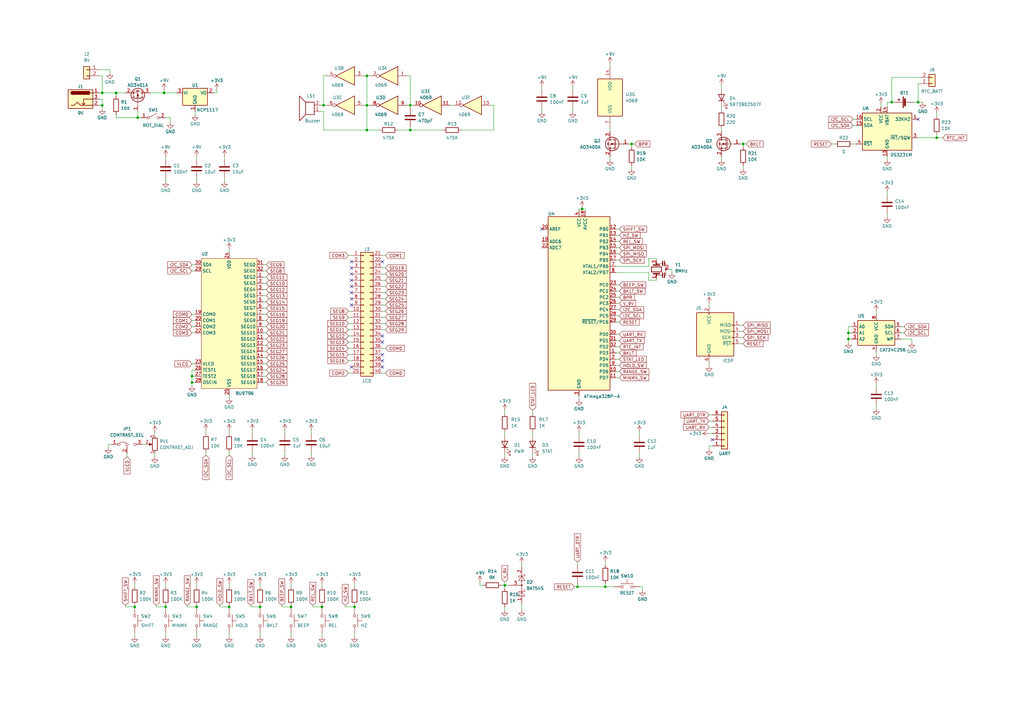
<source format=kicad_sch>
(kicad_sch (version 20211123) (generator eeschema)
  (paper "A3")
  (title_block (title "Fluke 87V Clock") (date "2022-12-17") (rev "1A"))
  (junction (at 132.715 43.18))
  (junction (at 145.415 248.92))
  (junction (at 347.98 139.065))
  (junction (at 55.245 248.92))
  (junction (at 80.645 248.92))
  (junction (at 376.555 41.91))
  (junction (at 347.98 136.525))
  (junction (at 78.74 154.305))
  (junction (at 78.74 156.845))
  (junction (at 41.91 38.1))
  (junction (at 248.285 240.665))
  (junction (at 56.515 48.26))
  (junction (at 119.38 248.92))
  (junction (at 365.76 41.91))
  (junction (at 384.175 56.515))
  (junction (at 236.855 240.665))
  (junction (at 168.275 43.18))
  (junction (at 132.08 248.92))
  (junction (at 93.98 248.92))
  (junction (at 150.495 43.18))
  (junction (at 168.275 53.34))
  (junction (at 150.495 31.115))
  (junction (at 207.01 240.03))
  (junction (at 41.91 43.18))
  (junction (at 150.495 53.34))
  (junction (at 67.945 248.92))
  (junction (at 47.625 38.1))
  (junction (at 67.31 38.1))
  (junction (at 304.8 59.055))
  (junction (at 238.76 85.725))
  (junction (at 259.08 59.055))
  (junction (at 106.68 248.92))
  (no_connect (at 156.845 107.315))
  (no_connect (at 156.845 150.495))
  (no_connect (at 156.845 145.415))
  (no_connect (at 144.145 150.495))
  (no_connect (at 144.145 114.935))
  (no_connect (at 144.145 112.395))
  (no_connect (at 144.145 109.855))
  (no_connect (at 144.145 107.315))
  (no_connect (at 144.145 125.095))
  (no_connect (at 144.145 122.555))
  (no_connect (at 144.145 120.015))
  (no_connect (at 144.145 117.475))
  (no_connect (at 376.555 48.895))
  (no_connect (at 292.1 180.34))
  (no_connect (at 156.845 147.955))
  (no_connect (at 222.25 93.98))
  (no_connect (at 156.845 140.335))
  (no_connect (at 156.845 137.795))
  (wire (pts (xy 107.95 128.905) (xy 109.22 128.905)))
  (wire (pts (xy 290.83 175.26) (xy 292.1 175.26)))
  (wire (pts (xy 248.285 240.665) (xy 252.095 240.665)))
  (wire (pts (xy 142.875 127.635) (xy 144.145 127.635)))
  (wire (pts (xy 131.445 45.72) (xy 132.715 45.72)))
  (wire (pts (xy 107.95 131.445) (xy 109.22 131.445)))
  (wire (pts (xy 78.74 156.845) (xy 78.74 154.305)))
  (wire (pts (xy 259.08 59.055) (xy 260.35 59.055)))
  (wire (pts (xy 41.91 31.115) (xy 41.91 38.1)))
  (wire (pts (xy 141.605 248.285) (xy 141.605 248.92)))
  (wire (pts (xy 304.8 67.945) (xy 304.8 69.215)))
  (wire (pts (xy 78.74 111.125) (xy 80.01 111.125)))
  (wire (pts (xy 295.91 43.815) (xy 295.91 45.085)))
  (wire (pts (xy 80.645 73.025) (xy 80.645 74.295)))
  (wire (pts (xy 63.5 177.165) (xy 63.5 178.435)))
  (wire (pts (xy 248.285 239.395) (xy 248.285 240.665)))
  (wire (pts (xy 340.995 59.055) (xy 342.265 59.055)))
  (wire (pts (xy 55.245 248.92) (xy 55.245 249.555)))
  (wire (pts (xy 252.73 149.86) (xy 254 149.86)))
  (wire (pts (xy 44.45 183.515) (xy 44.45 182.245)))
  (wire (pts (xy 207.01 240.03) (xy 207.01 238.76)))
  (wire (pts (xy 76.835 248.285) (xy 76.835 248.92)))
  (wire (pts (xy 252.73 121.92) (xy 254 121.92)))
  (wire (pts (xy 142.875 130.175) (xy 144.145 130.175)))
  (wire (pts (xy 155.575 53.34) (xy 150.495 53.34)))
  (wire (pts (xy 132.715 31.115) (xy 132.715 43.18)))
  (wire (pts (xy 55.245 239.395) (xy 55.245 240.665)))
  (wire (pts (xy 107.95 108.585) (xy 109.22 108.585)))
  (wire (pts (xy 67.31 38.1) (xy 72.39 38.1)))
  (wire (pts (xy 156.845 127.635) (xy 158.115 127.635)))
  (wire (pts (xy 347.98 136.525) (xy 349.25 136.525)))
  (wire (pts (xy 127.635 176.53) (xy 127.635 177.8)))
  (wire (pts (xy 252.73 124.46) (xy 254 124.46)))
  (wire (pts (xy 303.53 133.35) (xy 304.8 133.35)))
  (wire (pts (xy 76.835 248.92) (xy 80.645 248.92)))
  (wire (pts (xy 78.74 156.845) (xy 80.01 156.845)))
  (wire (pts (xy 128.27 248.92) (xy 132.08 248.92)))
  (wire (pts (xy 78.74 131.445) (xy 80.01 131.445)))
  (wire (pts (xy 106.68 239.395) (xy 106.68 240.665)))
  (wire (pts (xy 295.91 64.135) (xy 295.91 65.405)))
  (wire (pts (xy 47.625 46.99) (xy 47.625 48.26)))
  (wire (pts (xy 40.64 28.575) (xy 45.085 28.575)))
  (wire (pts (xy 67.945 248.92) (xy 67.945 249.555)))
  (wire (pts (xy 41.91 38.1) (xy 47.625 38.1)))
  (wire (pts (xy 167.005 43.18) (xy 168.275 43.18)))
  (wire (pts (xy 142.875 135.255) (xy 144.145 135.255)))
  (wire (pts (xy 259.08 59.055) (xy 259.08 60.325)))
  (wire (pts (xy 168.275 43.18) (xy 168.275 44.45)))
  (wire (pts (xy 384.175 56.515) (xy 386.715 56.515)))
  (wire (pts (xy 119.38 239.395) (xy 119.38 240.665)))
  (wire (pts (xy 234.95 35.56) (xy 234.95 36.83)))
  (wire (pts (xy 213.995 247.65) (xy 213.995 250.19)))
  (wire (pts (xy 56.515 48.26) (xy 57.785 48.26)))
  (wire (pts (xy 376.555 56.515) (xy 384.175 56.515)))
  (wire (pts (xy 290.83 170.18) (xy 292.1 170.18)))
  (wire (pts (xy 363.855 87.63) (xy 363.855 88.9)))
  (wire (pts (xy 88.9 38.1) (xy 88.9 36.83)))
  (wire (pts (xy 257.81 59.055) (xy 259.08 59.055)))
  (wire (pts (xy 156.845 109.855) (xy 158.115 109.855)))
  (wire (pts (xy 252.73 93.98) (xy 254 93.98)))
  (wire (pts (xy 142.875 104.775) (xy 144.145 104.775)))
  (wire (pts (xy 252.73 104.14) (xy 254 104.14)))
  (wire (pts (xy 90.17 248.285) (xy 90.17 248.92)))
  (wire (pts (xy 377.19 34.29) (xy 376.555 34.29)))
  (wire (pts (xy 218.44 177.165) (xy 218.44 178.435)))
  (wire (pts (xy 107.95 151.765) (xy 109.22 151.765)))
  (wire (pts (xy 142.875 132.715) (xy 144.145 132.715)))
  (wire (pts (xy 365.76 41.91) (xy 367.03 41.91)))
  (wire (pts (xy 93.98 102.235) (xy 93.98 103.505)))
  (wire (pts (xy 80.01 45.72) (xy 80.01 46.99)))
  (wire (pts (xy 93.98 259.715) (xy 93.98 260.985)))
  (wire (pts (xy 218.44 168.275) (xy 218.44 169.545)))
  (wire (pts (xy 44.45 182.245) (xy 45.72 182.245)))
  (wire (pts (xy 262.255 177.165) (xy 262.255 178.435)))
  (wire (pts (xy 156.845 104.775) (xy 158.115 104.775)))
  (wire (pts (xy 207.01 240.03) (xy 207.01 241.3)))
  (wire (pts (xy 168.275 52.07) (xy 168.275 53.34)))
  (wire (pts (xy 78.74 158.115) (xy 78.74 156.845)))
  (wire (pts (xy 237.49 85.725) (xy 238.76 85.725)))
  (wire (pts (xy 145.415 259.715) (xy 145.415 260.985)))
  (wire (pts (xy 189.23 53.34) (xy 202.565 53.34)))
  (wire (pts (xy 156.845 112.395) (xy 158.115 112.395)))
  (wire (pts (xy 92.075 73.025) (xy 92.075 74.295)))
  (wire (pts (xy 115.57 248.285) (xy 115.57 248.92)))
  (wire (pts (xy 196.85 240.03) (xy 198.12 240.03)))
  (wire (pts (xy 237.49 86.36) (xy 237.49 85.725)))
  (wire (pts (xy 107.95 133.985) (xy 109.22 133.985)))
  (wire (pts (xy 55.245 259.715) (xy 55.245 260.985)))
  (wire (pts (xy 167.005 31.115) (xy 168.275 31.115)))
  (wire (pts (xy 363.855 41.91) (xy 365.76 41.91)))
  (wire (pts (xy 149.225 43.18) (xy 150.495 43.18)))
  (wire (pts (xy 67.945 64.135) (xy 67.945 65.405)))
  (wire (pts (xy 252.73 142.24) (xy 254 142.24)))
  (wire (pts (xy 67.31 36.83) (xy 67.31 38.1)))
  (wire (pts (xy 252.73 116.84) (xy 254 116.84)))
  (wire (pts (xy 107.95 146.685) (xy 109.22 146.685)))
  (wire (pts (xy 103.505 185.42) (xy 103.505 186.69)))
  (wire (pts (xy 168.275 31.115) (xy 168.275 43.18)))
  (wire (pts (xy 107.95 144.145) (xy 109.22 144.145)))
  (wire (pts (xy 196.85 238.76) (xy 196.85 240.03)))
  (wire (pts (xy 80.645 248.285) (xy 80.645 248.92)))
  (wire (pts (xy 374.65 41.91) (xy 376.555 41.91)))
  (wire (pts (xy 207.01 248.92) (xy 207.01 250.19)))
  (wire (pts (xy 93.98 161.925) (xy 93.98 163.195)))
  (wire (pts (xy 290.83 184.15) (xy 290.83 182.88)))
  (wire (pts (xy 304.8 59.055) (xy 306.07 59.055)))
  (wire (pts (xy 236.855 230.505) (xy 236.855 231.775)))
  (wire (pts (xy 119.38 259.715) (xy 119.38 260.985)))
  (wire (pts (xy 142.875 145.415) (xy 144.145 145.415)))
  (wire (pts (xy 58.42 182.245) (xy 59.69 182.245)))
  (wire (pts (xy 274.32 110.49) (xy 275.59 110.49)))
  (wire (pts (xy 252.73 106.68) (xy 254 106.68)))
  (wire (pts (xy 252.73 147.32) (xy 254 147.32)))
  (wire (pts (xy 347.98 136.525) (xy 347.98 133.985)))
  (wire (pts (xy 67.945 239.395) (xy 67.945 240.665)))
  (wire (pts (xy 303.53 135.89) (xy 304.8 135.89)))
  (wire (pts (xy 290.83 172.72) (xy 292.1 172.72)))
  (wire (pts (xy 384.175 55.245) (xy 384.175 56.515)))
  (wire (pts (xy 252.73 139.7) (xy 254 139.7)))
  (wire (pts (xy 303.53 140.97) (xy 304.8 140.97)))
  (wire (pts (xy 359.41 157.48) (xy 359.41 158.75)))
  (wire (pts (xy 347.98 139.065) (xy 347.98 136.525)))
  (wire (pts (xy 103.505 176.53) (xy 103.505 177.8)))
  (wire (pts (xy 133.985 31.115) (xy 132.715 31.115)))
  (wire (pts (xy 106.68 248.92) (xy 106.68 249.555)))
  (wire (pts (xy 252.73 152.4) (xy 254 152.4)))
  (wire (pts (xy 107.95 118.745) (xy 109.22 118.745)))
  (wire (pts (xy 269.24 106.045) (xy 266.065 106.045)))
  (wire (pts (xy 67.945 73.025) (xy 67.945 74.295)))
  (wire (pts (xy 51.435 248.285) (xy 51.435 248.92)))
  (wire (pts (xy 127.635 185.42) (xy 127.635 186.69)))
  (wire (pts (xy 266.065 114.935) (xy 269.24 114.935)))
  (wire (pts (xy 304.8 59.055) (xy 304.8 60.325)))
  (wire (pts (xy 116.84 185.42) (xy 116.84 186.69)))
  (wire (pts (xy 84.455 176.53) (xy 84.455 177.8)))
  (wire (pts (xy 132.715 43.18) (xy 131.445 43.18)))
  (wire (pts (xy 128.27 248.285) (xy 128.27 248.92)))
  (wire (pts (xy 303.53 138.43) (xy 304.8 138.43)))
  (wire (pts (xy 78.74 108.585) (xy 80.01 108.585)))
  (wire (pts (xy 150.495 43.18) (xy 150.495 31.115)))
  (wire (pts (xy 132.715 45.72) (xy 132.715 53.34)))
  (wire (pts (xy 92.075 64.135) (xy 92.075 65.405)))
  (wire (pts (xy 63.5 186.055) (xy 63.5 187.325)))
  (wire (pts (xy 47.625 48.26) (xy 56.515 48.26)))
  (wire (pts (xy 64.135 248.92) (xy 67.945 248.92)))
  (wire (pts (xy 78.74 149.225) (xy 80.01 149.225)))
  (wire (pts (xy 252.73 96.52) (xy 254 96.52)))
  (wire (pts (xy 252.73 129.54) (xy 254 129.54)))
  (wire (pts (xy 252.73 132.08) (xy 254 132.08)))
  (wire (pts (xy 107.95 116.205) (xy 109.22 116.205)))
  (wire (pts (xy 142.875 153.035) (xy 144.145 153.035)))
  (wire (pts (xy 263.525 240.665) (xy 263.525 241.935)))
  (wire (pts (xy 275.59 110.49) (xy 275.59 111.76)))
  (wire (pts (xy 374.015 139.065) (xy 374.015 140.335)))
  (wire (pts (xy 213.995 231.14) (xy 213.995 232.41)))
  (wire (pts (xy 347.98 140.335) (xy 347.98 139.065)))
  (wire (pts (xy 250.19 26.035) (xy 250.19 27.305)))
  (wire (pts (xy 78.74 136.525) (xy 80.01 136.525)))
  (wire (pts (xy 359.41 144.145) (xy 359.41 145.415)))
  (wire (pts (xy 207.01 168.275) (xy 207.01 169.545)))
  (wire (pts (xy 369.57 136.525) (xy 370.84 136.525)))
  (wire (pts (xy 150.495 31.115) (xy 151.765 31.115)))
  (wire (pts (xy 80.645 259.715) (xy 80.645 260.985)))
  (wire (pts (xy 93.98 248.92) (xy 93.98 249.555)))
  (wire (pts (xy 207.01 177.165) (xy 207.01 178.435)))
  (wire (pts (xy 184.785 43.18) (xy 186.055 43.18)))
  (wire (pts (xy 132.08 259.715) (xy 132.08 260.985)))
  (wire (pts (xy 269.24 114.935) (xy 269.24 114.3)))
  (wire (pts (xy 107.95 123.825) (xy 109.22 123.825)))
  (wire (pts (xy 107.95 113.665) (xy 109.22 113.665)))
  (wire (pts (xy 52.07 186.055) (xy 52.07 187.325)))
  (wire (pts (xy 207.01 186.055) (xy 207.01 187.325)))
  (wire (pts (xy 119.38 248.285) (xy 119.38 248.92)))
  (wire (pts (xy 156.845 120.015) (xy 158.115 120.015)))
  (wire (pts (xy 90.17 248.92) (xy 93.98 248.92)))
  (wire (pts (xy 363.855 78.74) (xy 363.855 80.01)))
  (wire (pts (xy 56.515 48.26) (xy 56.515 45.72)))
  (wire (pts (xy 205.74 240.03) (xy 207.01 240.03)))
  (wire (pts (xy 202.565 53.34) (xy 202.565 43.18)))
  (wire (pts (xy 349.885 51.435) (xy 351.155 51.435)))
  (wire (pts (xy 107.95 121.285) (xy 109.22 121.285)))
  (wire (pts (xy 142.875 142.875) (xy 144.145 142.875)))
  (wire (pts (xy 87.63 38.1) (xy 88.9 38.1)))
  (wire (pts (xy 78.74 154.305) (xy 80.01 154.305)))
  (wire (pts (xy 238.76 85.725) (xy 238.76 85.09)))
  (wire (pts (xy 252.73 127) (xy 254 127)))
  (wire (pts (xy 349.885 48.895) (xy 351.155 48.895)))
  (wire (pts (xy 156.845 117.475) (xy 158.115 117.475)))
  (wire (pts (xy 252.73 111.76) (xy 266.065 111.76)))
  (wire (pts (xy 41.91 43.18) (xy 41.91 44.45)))
  (wire (pts (xy 149.225 31.115) (xy 150.495 31.115)))
  (wire (pts (xy 142.875 147.955) (xy 144.145 147.955)))
  (wire (pts (xy 150.495 43.18) (xy 151.765 43.18)))
  (wire (pts (xy 51.435 248.92) (xy 55.245 248.92)))
  (wire (pts (xy 252.73 154.94) (xy 254 154.94)))
  (wire (pts (xy 78.74 154.305) (xy 78.74 151.765)))
  (wire (pts (xy 207.01 240.03) (xy 208.915 240.03)))
  (wire (pts (xy 252.73 119.38) (xy 254 119.38)))
  (wire (pts (xy 55.245 248.285) (xy 55.245 248.92)))
  (wire (pts (xy 107.95 136.525) (xy 109.22 136.525)))
  (wire (pts (xy 252.73 144.78) (xy 254 144.78)))
  (wire (pts (xy 365.76 31.75) (xy 365.76 41.91)))
  (wire (pts (xy 290.83 148.59) (xy 290.83 149.86)))
  (wire (pts (xy 40.64 40.64) (xy 41.91 40.64)))
  (wire (pts (xy 132.715 43.18) (xy 133.985 43.18)))
  (wire (pts (xy 222.25 35.56) (xy 222.25 36.83)))
  (wire (pts (xy 252.73 137.16) (xy 254 137.16)))
  (wire (pts (xy 156.845 122.555) (xy 158.115 122.555)))
  (wire (pts (xy 377.19 31.75) (xy 365.76 31.75)))
  (wire (pts (xy 349.885 59.055) (xy 351.155 59.055)))
  (wire (pts (xy 40.64 31.115) (xy 41.91 31.115)))
  (wire (pts (xy 290.83 182.88) (xy 292.1 182.88)))
  (wire (pts (xy 250.19 64.135) (xy 250.19 65.405)))
  (wire (pts (xy 259.08 67.945) (xy 259.08 69.215)))
  (wire (pts (xy 107.95 139.065) (xy 109.22 139.065)))
  (wire (pts (xy 240.03 85.725) (xy 238.76 85.725)))
  (wire (pts (xy 142.875 140.335) (xy 144.145 140.335)))
  (wire (pts (xy 107.95 154.305) (xy 109.22 154.305)))
  (wire (pts (xy 132.08 248.285) (xy 132.08 248.92)))
  (wire (pts (xy 252.73 99.06) (xy 254 99.06)))
  (wire (pts (xy 156.845 153.035) (xy 158.115 153.035)))
  (wire (pts (xy 236.855 240.665) (xy 236.855 239.395)))
  (wire (pts (xy 64.135 248.285) (xy 64.135 248.92)))
  (wire (pts (xy 106.68 259.715) (xy 106.68 260.985)))
  (wire (pts (xy 156.845 142.875) (xy 158.115 142.875)))
  (wire (pts (xy 218.44 186.055) (xy 218.44 187.325)))
  (wire (pts (xy 369.57 133.985) (xy 370.84 133.985)))
  (wire (pts (xy 266.065 111.76) (xy 266.065 114.935)))
  (wire (pts (xy 163.195 53.34) (xy 168.275 53.34)))
  (wire (pts (xy 303.53 59.055) (xy 304.8 59.055)))
  (wire (pts (xy 384.175 46.355) (xy 384.175 47.625)))
  (wire (pts (xy 93.98 248.285) (xy 93.98 248.92)))
  (wire (pts (xy 67.945 259.715) (xy 67.945 260.985)))
  (wire (pts (xy 168.275 43.18) (xy 169.545 43.18)))
  (wire (pts (xy 262.255 240.665) (xy 263.525 240.665)))
  (wire (pts (xy 145.415 248.92) (xy 145.415 249.555)))
  (wire (pts (xy 252.73 101.6) (xy 254 101.6)))
  (wire (pts (xy 290.83 124.46) (xy 290.83 125.73)))
  (wire (pts (xy 237.49 162.56) (xy 237.49 163.83)))
  (wire (pts (xy 40.64 38.1) (xy 41.91 38.1)))
  (wire (pts (xy 359.41 127.635) (xy 359.41 128.905)))
  (wire (pts (xy 78.74 128.905) (xy 80.01 128.905)))
  (wire (pts (xy 107.95 111.125) (xy 109.22 111.125)))
  (wire (pts (xy 80.645 64.135) (xy 80.645 65.405)))
  (wire (pts (xy 202.565 43.18) (xy 201.295 43.18)))
  (wire (pts (xy 106.68 248.285) (xy 106.68 248.92)))
  (wire (pts (xy 102.87 248.92) (xy 106.68 248.92)))
  (wire (pts (xy 67.945 248.285) (xy 67.945 248.92)))
  (wire (pts (xy 45.085 28.575) (xy 45.085 29.845)))
  (wire (pts (xy 145.415 239.395) (xy 145.415 240.665)))
  (wire (pts (xy 78.74 133.985) (xy 80.01 133.985)))
  (wire (pts (xy 250.19 52.705) (xy 250.19 53.975)))
  (wire (pts (xy 376.555 34.29) (xy 376.555 41.91)))
  (wire (pts (xy 156.845 125.095) (xy 158.115 125.095)))
  (wire (pts (xy 93.98 239.395) (xy 93.98 240.665)))
  (wire (pts (xy 41.91 40.64) (xy 41.91 43.18)))
  (wire (pts (xy 234.95 44.45) (xy 234.95 45.72)))
  (wire (pts (xy 363.855 64.135) (xy 363.855 65.405)))
  (wire (pts (xy 156.845 130.175) (xy 158.115 130.175)))
  (wire (pts (xy 93.98 185.42) (xy 93.98 186.69)))
  (wire (pts (xy 236.855 240.665) (xy 248.285 240.665)))
  (wire (pts (xy 107.95 141.605) (xy 109.22 141.605)))
  (wire (pts (xy 290.83 177.8) (xy 292.1 177.8)))
  (wire (pts (xy 363.855 41.91) (xy 363.855 43.815)))
  (wire (pts (xy 156.845 132.715) (xy 158.115 132.715)))
  (wire (pts (xy 222.25 44.45) (xy 222.25 45.72)))
  (wire (pts (xy 347.98 133.985) (xy 349.25 133.985)))
  (wire (pts (xy 295.91 34.925) (xy 295.91 36.195)))
  (wire (pts (xy 369.57 139.065) (xy 374.015 139.065)))
  (wire (pts (xy 156.845 135.255) (xy 158.115 135.255)))
  (wire (pts (xy 376.555 41.91) (xy 378.46 41.91)))
  (wire (pts (xy 237.49 177.165) (xy 237.49 178.435)))
  (wire (pts (xy 361.315 42.545) (xy 361.315 43.815)))
  (wire (pts (xy 107.95 149.225) (xy 109.22 149.225)))
  (wire (pts (xy 67.945 48.26) (xy 69.85 48.26)))
  (wire (pts (xy 40.64 43.18) (xy 41.91 43.18)))
  (wire (pts (xy 80.645 248.92) (xy 80.645 249.555)))
  (wire (pts (xy 266.065 106.045) (xy 266.065 109.22)))
  (wire (pts (xy 132.08 239.395) (xy 132.08 240.665)))
  (wire (pts (xy 150.495 43.18) (xy 150.495 53.34)))
  (wire (pts (xy 145.415 248.285) (xy 145.415 248.92)))
  (wire (pts (xy 78.74 151.765) (xy 80.01 151.765)))
  (wire (pts (xy 262.255 186.055) (xy 262.255 187.325)))
  (wire (pts (xy 295.91 52.705) (xy 295.91 53.975)))
  (wire (pts (xy 168.275 53.34) (xy 181.61 53.34)))
  (wire (pts (xy 132.08 248.92) (xy 132.08 249.555)))
  (wire (pts (xy 235.585 240.665) (xy 236.855 240.665)))
  (wire (pts (xy 237.49 186.055) (xy 237.49 187.325)))
  (wire (pts (xy 84.455 185.42) (xy 84.455 186.69)))
  (wire (pts (xy 80.645 239.395) (xy 80.645 240.665)))
  (wire (pts (xy 116.84 176.53) (xy 116.84 177.8)))
  (wire (pts (xy 107.95 126.365) (xy 109.22 126.365)))
  (wire (pts (xy 47.625 38.1) (xy 51.435 38.1)))
  (wire (pts (xy 269.24 106.045) (xy 269.24 106.68)))
  (wire (pts (xy 132.715 53.34) (xy 150.495 53.34)))
  (wire (pts (xy 102.87 248.285) (xy 102.87 248.92)))
  (wire (pts (xy 141.605 248.92) (xy 145.415 248.92)))
  (wire (pts (xy 47.625 38.1) (xy 47.625 39.37)))
  (wire (pts (xy 252.73 109.22) (xy 266.065 109.22)))
  (wire (pts (xy 240.03 86.36) (xy 240.03 85.725)))
  (wire (pts (xy 69.85 48.26) (xy 69.85 50.165)))
  (wire (pts (xy 347.98 139.065) (xy 349.25 139.065)))
  (wire (pts (xy 119.38 248.92) (xy 119.38 249.555)))
  (wire (pts (xy 156.845 114.935) (xy 158.115 114.935)))
  (wire (pts (xy 107.95 156.845) (xy 109.22 156.845)))
  (wire (pts (xy 115.57 248.92) (xy 119.38 248.92)))
  (wire (pts (xy 248.285 230.505) (xy 248.285 231.775)))
  (wire (pts (xy 359.41 166.37) (xy 359.41 167.64)))
  (wire (pts (xy 61.595 38.1) (xy 67.31 38.1)))
  (wire (pts (xy 93.98 176.53) (xy 93.98 177.8)))
  (wire (pts (xy 142.875 137.795) (xy 144.145 137.795)))
  (global_label "HOLD_SW" (shape input) (at 90.17 248.285 90) (property "Intersheet References" "${INTERSHEET_REFS}" (effects hide)))
  (global_label "MINMX_SW" (shape input) (at 254 154.94 0) (property "Intersheet References" "${INTERSHEET_REFS}" (effects hide)))
  (global_label "I2C_SDA" (shape input) (at 78.74 108.585 180) (property "Intersheet References" "${INTERSHEET_REFS}" (effects hide)))
  (global_label "SEG14" (shape input) (at 142.875 142.875 180) (property "Intersheet References" "${INTERSHEET_REFS}" (effects hide)))
  (global_label "RESET" (shape input) (at 235.585 240.665 180) (property "Intersheet References" "${INTERSHEET_REFS}" (effects hide)))
  (global_label "SEG11" (shape input) (at 109.22 113.665 0) (property "Intersheet References" "${INTERSHEET_REFS}" (effects hide)))
  (global_label "SEG10" (shape input) (at 142.875 132.715 180) (property "Intersheet References" "${INTERSHEET_REFS}" (effects hide)))
  (global_label "BEEP_SW" (shape input) (at 254 116.84 0) (property "Intersheet References" "${INTERSHEET_REFS}" (effects hide)))
  (global_label "COM0" (shape input) (at 158.115 142.875 0) (property "Intersheet References" "${INTERSHEET_REFS}" (effects hide)))
  (global_label "RTC_INT" (shape input) (at 254 142.24 0) (property "Intersheet References" "${INTERSHEET_REFS}" (effects hide)))
  (global_label "RTC_INT" (shape input) (at 386.715 56.515 0) (property "Intersheet References" "${INTERSHEET_REFS}" (effects hide)))
  (global_label "REL_SW" (shape input) (at 254 99.06 0) (property "Intersheet References" "${INTERSHEET_REFS}" (effects hide)))
  (global_label "SEG25" (shape input) (at 158.115 125.095 0) (property "Intersheet References" "${INTERSHEET_REFS}" (effects hide)))
  (global_label "COM1" (shape input) (at 78.74 131.445 180) (property "Intersheet References" "${INTERSHEET_REFS}" (effects hide)))
  (global_label "SEG10" (shape input) (at 109.22 116.205 0) (property "Intersheet References" "${INTERSHEET_REFS}" (effects hide)))
  (global_label "RESET" (shape input) (at 304.8 140.97 0) (property "Intersheet References" "${INTERSHEET_REFS}" (effects hide)))
  (global_label "SEG9" (shape input) (at 142.875 130.175 180) (property "Intersheet References" "${INTERSHEET_REFS}" (effects hide)))
  (global_label "COM0" (shape input) (at 158.115 153.035 0) (property "Intersheet References" "${INTERSHEET_REFS}" (effects hide)))
  (global_label "BKLT_SW" (shape input) (at 254 119.38 0) (property "Intersheet References" "${INTERSHEET_REFS}" (effects hide)))
  (global_label "V_9V" (shape input) (at 254 124.46 0) (property "Intersheet References" "${INTERSHEET_REFS}" (effects hide)))
  (global_label "SEG27" (shape input) (at 109.22 144.145 0) (property "Intersheet References" "${INTERSHEET_REFS}" (effects hide)))
  (global_label "UART_DTR" (shape input) (at 290.83 170.18 180) (property "Intersheet References" "${INTERSHEET_REFS}" (effects hide)))
  (global_label "SEG22" (shape input) (at 109.22 139.065 0) (property "Intersheet References" "${INTERSHEET_REFS}" (effects hide)))
  (global_label "UART_TX" (shape input) (at 254 139.7 0) (property "Intersheet References" "${INTERSHEET_REFS}" (effects hide)))
  (global_label "BKLT_SW" (shape input) (at 102.87 248.285 90) (property "Intersheet References" "${INTERSHEET_REFS}" (effects hide)))
  (global_label "SEG8" (shape input) (at 142.875 127.635 180) (property "Intersheet References" "${INTERSHEET_REFS}" (effects hide)))
  (global_label "COM0" (shape input) (at 78.74 128.905 180) (property "Intersheet References" "${INTERSHEET_REFS}" (effects hide)))
  (global_label "SEG19" (shape input) (at 109.22 131.445 0) (property "Intersheet References" "${INTERSHEET_REFS}" (effects hide)))
  (global_label "SEG13" (shape input) (at 142.875 140.335 180) (property "Intersheet References" "${INTERSHEET_REFS}" (effects hide)))
  (global_label "UART_DTR" (shape input) (at 236.855 230.505 90) (property "Intersheet References" "${INTERSHEET_REFS}" (effects hide)))
  (global_label "SEG26" (shape input) (at 109.22 146.685 0) (property "Intersheet References" "${INTERSHEET_REFS}" (effects hide)))
  (global_label "SEG9" (shape input) (at 109.22 108.585 0) (property "Intersheet References" "${INTERSHEET_REFS}" (effects hide)))
  (global_label "MINMX_SW" (shape input) (at 64.135 248.285 90) (property "Intersheet References" "${INTERSHEET_REFS}" (effects hide)))
  (global_label "SEG21" (shape input) (at 109.22 136.525 0) (property "Intersheet References" "${INTERSHEET_REFS}" (effects hide)))
  (global_label "COM1" (shape input) (at 158.115 104.775 0) (property "Intersheet References" "${INTERSHEET_REFS}" (effects hide)))
  (global_label "HZ_SW" (shape input) (at 254 96.52 0) (property "Intersheet References" "${INTERSHEET_REFS}" (effects hide)))
  (global_label "SEG26" (shape input) (at 158.115 127.635 0) (property "Intersheet References" "${INTERSHEET_REFS}" (effects hide)))
  (global_label "STAT_LED" (shape input) (at 254 147.32 0) (property "Intersheet References" "${INTERSHEET_REFS}" (effects hide)))
  (global_label "SPI_MISO" (shape input) (at 304.8 133.35 0) (property "Intersheet References" "${INTERSHEET_REFS}" (effects hide)))
  (global_label "SEG11" (shape input) (at 142.875 135.255 180) (property "Intersheet References" "${INTERSHEET_REFS}" (effects hide)))
  (global_label "COM2" (shape input) (at 142.875 153.035 180) (property "Intersheet References" "${INTERSHEET_REFS}" (effects hide)))
  (global_label "BPR" (shape input) (at 260.35 59.055 0) (property "Intersheet References" "${INTERSHEET_REFS}" (effects hide)))
  (global_label "UART_RX" (shape input) (at 290.83 175.26 180) (property "Intersheet References" "${INTERSHEET_REFS}" (effects hide)))
  (global_label "SPI_MOSI" (shape input) (at 254 101.6 0) (property "Intersheet References" "${INTERSHEET_REFS}" (effects hide)))
  (global_label "SEG16" (shape input) (at 109.22 128.905 0) (property "Intersheet References" "${INTERSHEET_REFS}" (effects hide)))
  (global_label "SEG28" (shape input) (at 158.115 132.715 0) (property "Intersheet References" "${INTERSHEET_REFS}" (effects hide)))
  (global_label "SEG23" (shape input) (at 109.22 141.605 0) (property "Intersheet References" "${INTERSHEET_REFS}" (effects hide)))
  (global_label "SEG14" (shape input) (at 109.22 123.825 0) (property "Intersheet References" "${INTERSHEET_REFS}" (effects hide)))
  (global_label "SEG27" (shape input) (at 158.115 130.175 0) (property "Intersheet References" "${INTERSHEET_REFS}" (effects hide)))
  (global_label "SEG25" (shape input) (at 109.22 149.225 0) (property "Intersheet References" "${INTERSHEET_REFS}" (effects hide)))
  (global_label "SPI_MISO" (shape input) (at 254 104.14 0) (property "Intersheet References" "${INTERSHEET_REFS}" (effects hide)))
  (global_label "SEG23" (shape input) (at 158.115 120.015 0) (property "Intersheet References" "${INTERSHEET_REFS}" (effects hide)))
  (global_label "I2C_SCL" (shape input) (at 349.885 48.895 180) (property "Intersheet References" "${INTERSHEET_REFS}" (effects hide)))
  (global_label "SEG24" (shape input) (at 109.22 151.765 0) (property "Intersheet References" "${INTERSHEET_REFS}" (effects hide)))
  (global_label "SEG21" (shape input) (at 158.115 114.935 0) (property "Intersheet References" "${INTERSHEET_REFS}" (effects hide)))
  (global_label "UART_TX" (shape input) (at 290.83 172.72 180) (property "Intersheet References" "${INTERSHEET_REFS}" (effects hide)))
  (global_label "SEG20" (shape input) (at 158.115 112.395 0) (property "Intersheet References" "${INTERSHEET_REFS}" (effects hide)))
  (global_label "SEG13" (shape input) (at 109.22 121.285 0) (property "Intersheet References" "${INTERSHEET_REFS}" (effects hide)))
  (global_label "I2C_SCL" (shape input) (at 78.74 111.125 180) (property "Intersheet References" "${INTERSHEET_REFS}" (effects hide)))
  (global_label "I2C_SDA" (shape input) (at 254 127 0) (property "Intersheet References" "${INTERSHEET_REFS}" (effects hide)))
  (global_label "V_9V" (shape input) (at 207.01 238.76 90) (property "Intersheet References" "${INTERSHEET_REFS}" (effects hide)))
  (global_label "SEG19" (shape input) (at 158.115 109.855 0) (property "Intersheet References" "${INTERSHEET_REFS}" (effects hide)))
  (global_label "I2C_SDA" (shape input) (at 370.84 133.985 0) (property "Intersheet References" "${INTERSHEET_REFS}" (effects hide)))
  (global_label "COM2" (shape input) (at 78.74 133.985 180) (property "Intersheet References" "${INTERSHEET_REFS}" (effects hide)))
  (global_label "SEG8" (shape input) (at 109.22 111.125 0) (property "Intersheet References" "${INTERSHEET_REFS}" (effects hide)))
  (global_label "SEG29" (shape input) (at 158.115 135.255 0) (property "Intersheet References" "${INTERSHEET_REFS}" (effects hide)))
  (global_label "RANGE_SW" (shape input) (at 254 152.4 0) (property "Intersheet References" "${INTERSHEET_REFS}" (effects hide)))
  (global_label "SEG16" (shape input) (at 142.875 147.955 180) (property "Intersheet References" "${INTERSHEET_REFS}" (effects hide)))
  (global_label "BKLT" (shape input) (at 254 144.78 0) (property "Intersheet References" "${INTERSHEET_REFS}" (effects hide)))
  (global_label "SEG15" (shape input) (at 142.875 145.415 180) (property "Intersheet References" "${INTERSHEET_REFS}" (effects hide)))
  (global_label "UART_RX" (shape input) (at 254 137.16 0) (property "Intersheet References" "${INTERSHEET_REFS}" (effects hide)))
  (global_label "I2C_SDA" (shape input) (at 84.455 186.69 270) (property "Intersheet References" "${INTERSHEET_REFS}" (effects hide)))
  (global_label "RESET" (shape input) (at 254 132.08 0) (property "Intersheet References" "${INTERSHEET_REFS}" (effects hide)))
  (global_label "I2C_SCL" (shape input) (at 254 129.54 0) (property "Intersheet References" "${INTERSHEET_REFS}" (effects hide)))
  (global_label "COM3" (shape input) (at 78.74 136.525 180) (property "Intersheet References" "${INTERSHEET_REFS}" (effects hide)))
  (global_label "I2C_SDA" (shape input) (at 349.885 51.435 180) (property "Intersheet References" "${INTERSHEET_REFS}" (effects hide)))
  (global_label "VLCD" (shape input) (at 78.74 149.225 180) (property "Intersheet References" "${INTERSHEET_REFS}" (effects hide)))
  (global_label "RESET" (shape input) (at 340.995 59.055 180) (property "Intersheet References" "${INTERSHEET_REFS}" (effects hide)))
  (global_label "SPI_MOSI" (shape input) (at 304.8 135.89 0) (property "Intersheet References" "${INTERSHEET_REFS}" (effects hide)))
  (global_label "I2C_SCL" (shape input) (at 93.98 186.69 270) (property "Intersheet References" "${INTERSHEET_REFS}" (effects hide)))
  (global_label "STAT_LED" (shape input) (at 218.44 168.275 90) (property "Intersheet References" "${INTERSHEET_REFS}" (effects hide)))
  (global_label "HOLD_SW" (shape input) (at 254 149.86 0) (property "Intersheet References" "${INTERSHEET_REFS}" (effects hide)))
  (global_label "BKLT" (shape input) (at 306.07 59.055 0) (property "Intersheet References" "${INTERSHEET_REFS}" (effects hide)))
  (global_label "RANGE_SW" (shape input) (at 76.835 248.285 90) (property "Intersheet References" "${INTERSHEET_REFS}" (effects hide)))
  (global_label "HZ_SW" (shape input) (at 141.605 248.285 90) (property "Intersheet References" "${INTERSHEET_REFS}" (effects hide)))
  (global_label "SEG15" (shape input) (at 109.22 126.365 0) (property "Intersheet References" "${INTERSHEET_REFS}" (effects hide)))
  (global_label "REL_SW" (shape input) (at 128.27 248.285 90) (property "Intersheet References" "${INTERSHEET_REFS}" (effects hide)))
  (global_label "SEG22" (shape input) (at 158.115 117.475 0) (property "Intersheet References" "${INTERSHEET_REFS}" (effects hide)))
  (global_label "SHIFT_SW" (shape input) (at 51.435 248.285 90) (property "Intersheet References" "${INTERSHEET_REFS}" (effects hide)))
  (global_label "SEG24" (shape input) (at 158.115 122.555 0) (property "Intersheet References" "${INTERSHEET_REFS}" (effects hide)))
  (global_label "COM3" (shape input) (at 142.875 104.775 180) (property "Intersheet References" "${INTERSHEET_REFS}" (effects hide)))
  (global_label "BPR" (shape input) (at 254 121.92 0) (property "Intersheet References" "${INTERSHEET_REFS}" (effects hide)))
  (global_label "BEEP_SW" (shape input) (at 115.57 248.285 90) (property "Intersheet References" "${INTERSHEET_REFS}" (effects hide)))
  (global_label "VLCD" (shape input) (at 52.07 187.325 270) (property "Intersheet References" "${INTERSHEET_REFS}" (effects hide)))
  (global_label "SHIFT_SW" (shape input) (at 254 93.98 0) (property "Intersheet References" "${INTERSHEET_REFS}" (effects hide)))
  (global_label "SEG20" (shape input) (at 109.22 133.985 0) (property "Intersheet References" "${INTERSHEET_REFS}" (effects hide)))
  (global_label "SEG12" (shape input) (at 109.22 118.745 0) (property "Intersheet References" "${INTERSHEET_REFS}" (effects hide)))
  (global_label "SPI_SCK" (shape input) (at 304.8 138.43 0) (property "Intersheet References" "${INTERSHEET_REFS}" (effects hide)))
  (global_label "SEG12" (shape input) (at 142.875 137.795 180) (property "Intersheet References" "${INTERSHEET_REFS}" (effects hide)))
  (global_label "SEG28" (shape input) (at 109.22 154.305 0) (property "Intersheet References" "${INTERSHEET_REFS}" (effects hide)))
  (global_label "SPI_SCK" (shape input) (at 254 106.68 0) (property "Intersheet References" "${INTERSHEET_REFS}" (effects hide)))
  (global_label "SEG29" (shape input) (at 109.22 156.845 0) (property "Intersheet References" "${INTERSHEET_REFS}" (effects hide)))
  (global_label "I2C_SCL" (shape input) (at 370.84 136.525 0) (property "Intersheet References" "${INTERSHEET_REFS}" (effects hide)))
  (symbol (lib_id "4xxx:4069") (at 141.605 43.18 0) (mirror y) (unit 3)
    (property "Reference" "U3" (at 138.43 40.005 0))
    (property "Value" "4069" (at 138.43 46.99 0))
    (property "Footprint" "Package_SO:SOIC-14_3.9x8.7mm_P1.27mm" (effects hide))
    (property "Datasheet" "http://www.intersil.com/content/dam/Intersil/documents/cd40/cd4069ubms.pdf" (effects hide))
  )
  (symbol (lib_id "power:GND") (at 103.505 186.69 0) (unit 1)
    (property "Reference" "#PWR034" (effects hide))
    (property "Value" "GND" (at 103.505 190.5 0))
  )
  (symbol (lib_id "Switch:SW_Push") (at 80.645 254.635 270) (unit 1)
    (property "Reference" "SW4" (at 83.185 252.73 90) (effects (justify left)))
    (property "Value" "RANGE" (at 83.185 256.54 90) (effects (justify left)))
    (property "Footprint" "fluke-87v-clock:Fluke_87V_Membrane_SW" (effects hide))
  )
  (symbol (lib_id "Switch:SW_Push") (at 257.175 240.665 0) (unit 1)
    (property "Reference" "SW10" (at 257.175 236.22 0))
    (property "Value" "RESET" (at 257.175 243.205 0))
    (property "Footprint" "Button_Switch_THT:SW_PUSH_6mm" (effects hide))
  )
  (symbol (lib_id "power:+3.3V") (at 361.315 42.545 0) (unit 1)
    (property "Reference" "#PWR074" (effects hide))
    (property "Value" "+3.3V" (at 361.315 38.735 0))
  )
  (symbol (lib_id "Device:R") (at 80.645 244.475 0) (unit 1)
    (property "Reference" "R4" (at 82.55 243.2049 0) (effects (justify left)))
    (property "Value" "100K" (at 82.55 245.7449 0) (effects (justify left)))
    (property "Footprint" "Resistor_SMD:R_0603_1608Metric" (effects hide))
  )
  (symbol (lib_id "power:GND") (at 363.855 65.405 0) (unit 1)
    (property "Reference" "#PWR079" (effects hide))
    (property "Value" "GND" (at 363.855 69.215 0))
  )
  (symbol (lib_id "Switch:SW_Push") (at 55.245 254.635 270) (unit 1)
    (property "Reference" "SW2" (at 57.785 252.73 90) (effects (justify left)))
    (property "Value" "SHIFT" (at 57.785 256.54 90) (effects (justify left)))
    (property "Footprint" "fluke-87v-clock:Fluke_87V_Membrane_SW" (effects hide))
  )
  (symbol (lib_id "Diode:BAT54S") (at 213.995 240.03 270) (mirror x) (unit 1)
    (property "Reference" "D2" (at 215.9 238.7599 90) (effects (justify left)))
    (property "Value" "BAT54S" (at 215.9 241.2999 90) (effects (justify left)))
    (property "Footprint" "Package_TO_SOT_SMD:SOT-23" (effects hide))
    (property "Datasheet" "https://www.diodes.com/assets/Datasheets/ds11005.pdf" (effects hide))
  )
  (symbol (lib_id "Connector_Generic:Conn_01x02") (at 382.27 34.29 0) (mirror x) (unit 1)
    (property "Reference" "J6" (at 382.27 28.575 0))
    (property "Value" "RTC_BATT" (at 382.27 37.465 0))
    (property "Footprint" "Connector_PinHeader_2.54mm:PinHeader_1x02_P2.54mm_Vertical" (effects hide))
  )
  (symbol (lib_id "power:+3.3V") (at 106.68 239.395 0) (unit 1)
    (property "Reference" "#PWR024" (effects hide))
    (property "Value" "+3.3V" (at 106.68 235.585 0))
  )
  (symbol (lib_id "Device:R") (at 248.285 235.585 0) (unit 1)
    (property "Reference" "R18" (at 250.19 234.3149 0) (effects (justify left)))
    (property "Value" "10K" (at 250.19 236.8549 0) (effects (justify left)))
    (property "Footprint" "Resistor_SMD:R_0603_1608Metric" (effects hide))
  )
  (symbol (lib_id "Jumper:Jumper_3_Bridged12") (at 52.07 182.245 0) (unit 1)
    (property "Reference" "JP1" (at 52.07 175.895 0))
    (property "Value" "CONTRAST_SEL" (at 52.07 178.435 0))
    (property "Footprint" "Jumper:SolderJumper-3_P1.3mm_Bridged12_Pad1.0x1.5mm" (effects hide))
  )
  (symbol (lib_id "Device:R") (at 185.42 53.34 90) (unit 1)
    (property "Reference" "R13" (at 185.42 50.8 90))
    (property "Value" "475K" (at 185.42 56.515 90))
    (property "Footprint" "Resistor_SMD:R_0603_1608Metric" (effects hide))
  )
  (symbol (lib_id "power:+3.3V") (at 93.98 176.53 0) (unit 1)
    (property "Reference" "#PWR028" (effects hide))
    (property "Value" "+3.3V" (at 93.98 172.72 0))
  )
  (symbol (lib_id "power:GND") (at 127.635 186.69 0) (unit 1)
    (property "Reference" "#PWR042" (effects hide))
    (property "Value" "GND" (at 127.635 190.5 0))
  )
  (symbol (lib_id "power:+3.3V") (at 359.41 157.48 0) (unit 1)
    (property "Reference" "#PWR077" (effects hide))
    (property "Value" "+3.3V" (at 359.41 153.67 0))
  )
  (symbol (lib_id "4xxx:4069") (at 159.385 43.18 0) (mirror y) (unit 4)
    (property "Reference" "U3" (at 156.21 40.005 0))
    (property "Value" "4069" (at 156.21 46.99 0))
    (property "Footprint" "Package_SO:SOIC-14_3.9x8.7mm_P1.27mm" (effects hide))
    (property "Datasheet" "http://www.intersil.com/content/dam/Intersil/documents/cd40/cd4069ubms.pdf" (effects hide))
  )
  (symbol (lib_id "power:GND") (at 378.46 41.91 0) (unit 1)
    (property "Reference" "#PWR083" (effects hide))
    (property "Value" "GND" (at 378.46 45.72 0))
  )
  (symbol (lib_id "Device:R") (at 67.945 244.475 0) (unit 1)
    (property "Reference" "R3" (at 69.85 243.2049 0) (effects (justify left)))
    (property "Value" "100K" (at 69.85 245.7449 0) (effects (justify left)))
    (property "Footprint" "Resistor_SMD:R_0603_1608Metric" (effects hide))
  )
  (symbol (lib_id "power:GND") (at 295.91 65.405 0) (unit 1)
    (property "Reference" "#PWR067" (effects hide))
    (property "Value" "GND" (at 295.91 69.215 0))
  )
  (symbol (lib_id "power:GND") (at 259.08 69.215 0) (unit 1)
    (property "Reference" "#PWR061" (effects hide))
    (property "Value" "GND" (at 259.08 73.025 0))
  )
  (symbol (lib_id "Device:C") (at 234.95 40.64 0) (unit 1)
    (property "Reference" "C9" (at 238.125 39.37 0) (effects (justify left)))
    (property "Value" "1uF" (at 238.125 41.91 0) (effects (justify left)))
    (property "Footprint" "Capacitor_SMD:C_0603_1608Metric" (effects hide))
  )
  (symbol (lib_id "power:GND") (at 262.255 187.325 0) (unit 1)
    (property "Reference" "#PWR063" (effects hide))
    (property "Value" "GND" (at 262.255 191.135 0))
  )
  (symbol (lib_id "Device:R") (at 218.44 173.355 0) (unit 1)
    (property "Reference" "R17" (at 220.98 172.0849 0) (effects (justify left)))
    (property "Value" "1K" (at 220.98 174.6249 0) (effects (justify left)))
    (property "Footprint" "Resistor_SMD:R_0603_1608Metric" (effects hide))
  )
  (symbol (lib_id "Device:R") (at 55.245 244.475 0) (unit 1)
    (property "Reference" "R2" (at 57.15 243.2049 0) (effects (justify left)))
    (property "Value" "100K" (at 57.15 245.7449 0) (effects (justify left)))
    (property "Footprint" "Resistor_SMD:R_0603_1608Metric" (effects hide))
  )
  (symbol (lib_id "power:+9V") (at 295.91 34.925 0) (unit 1)
    (property "Reference" "#PWR066" (effects hide))
    (property "Value" "+9V" (at 295.91 31.115 0))
  )
  (symbol (lib_id "Device:C") (at 80.645 69.215 0) (unit 1)
    (property "Reference" "C2" (at 83.82 67.945 0) (effects (justify left)))
    (property "Value" "10uF" (at 83.82 70.485 0) (effects (justify left)))
    (property "Footprint" "Capacitor_SMD:C_0805_2012Metric" (effects hide))
  )
  (symbol (lib_id "power:+3.3V") (at 132.08 239.395 0) (unit 1)
    (property "Reference" "#PWR035" (effects hide))
    (property "Value" "+3.3V" (at 132.08 235.585 0))
  )
  (symbol (lib_id "Device:R") (at 106.68 244.475 0) (unit 1)
    (property "Reference" "R6" (at 108.585 243.2049 0) (effects (justify left)))
    (property "Value" "100K" (at 108.585 245.7449 0) (effects (justify left)))
    (property "Footprint" "Resistor_SMD:R_0603_1608Metric" (effects hide))
  )
  (symbol (lib_id "Device:C") (at 262.255 182.245 0) (unit 1)
    (property "Reference" "C12" (at 265.43 180.975 0) (effects (justify left)))
    (property "Value" "1uF" (at 265.43 183.515 0) (effects (justify left)))
    (property "Footprint" "Capacitor_SMD:C_0603_1608Metric" (effects hide))
  )
  (symbol (lib_id "Device:LED") (at 295.91 40.005 90) (unit 1)
    (property "Reference" "D4" (at 299.085 40.3224 90) (effects (justify right)))
    (property "Value" "5973902507F" (at 299.085 42.8624 90) (effects (justify right)))
    (property "Footprint" "fluke-87v-clock:LED_3020" (effects hide))
  )
  (symbol (lib_id "Connector:AVR-ISP-6") (at 293.37 138.43 0) (unit 1)
    (property "Reference" "J5" (at 287.655 126.365 0) (effects (justify right)))
    (property "Value" "ICSP" (at 300.99 147.955 0) (effects (justify right)))
    (property "Footprint" "Connector_PinHeader_2.54mm:PinHeader_2x03_P2.54mm_Vertical" (effects hide))
    (property "Datasheet" " ~" (effects hide))
  )
  (symbol (lib_id "Switch:SW_SPST") (at 62.865 48.26 0) (unit 1)
    (property "Reference" "SW1" (at 62.865 45.085 0))
    (property "Value" "ROT_DIAL" (at 62.865 51.435 0))
    (property "Footprint" "fluke-87v-clock:Fluke_87V_Rotary_Dial" (effects hide))
  )
  (symbol (lib_id "4xxx:4069") (at 141.605 31.115 0) (mirror y) (unit 2)
    (property "Reference" "U3" (at 139.065 27.94 0))
    (property "Value" "4069" (at 138.43 34.925 0))
    (property "Footprint" "Package_SO:SOIC-14_3.9x8.7mm_P1.27mm" (effects hide))
    (property "Datasheet" "http://www.intersil.com/content/dam/Intersil/documents/cd40/cd4069ubms.pdf" (effects hide))
  )
  (symbol (lib_id "Device:R") (at 84.455 181.61 0) (unit 1)
    (property "Reference" "R7" (at 86.36 180.3399 0) (effects (justify left)))
    (property "Value" "10K" (at 86.36 182.8799 0) (effects (justify left)))
    (property "Footprint" "Resistor_SMD:R_0603_1608Metric" (effects hide))
  )
  (symbol (lib_id "Device:C") (at 103.505 181.61 0) (unit 1)
    (property "Reference" "C4" (at 106.68 180.34 0) (effects (justify left)))
    (property "Value" "100nF" (at 106.68 182.88 0) (effects (justify left)))
    (property "Footprint" "Capacitor_SMD:C_0603_1608Metric" (effects hide))
  )
  (symbol (lib_id "power:+3.3V") (at 55.245 239.395 0) (unit 1)
    (property "Reference" "#PWR03" (effects hide))
    (property "Value" "+3.3V" (at 55.245 235.585 0))
  )
  (symbol (lib_id "power:+9V") (at 67.945 64.135 0) (unit 1)
    (property "Reference" "#PWR06" (effects hide))
    (property "Value" "+9V" (at 67.945 60.325 0))
  )
  (symbol (lib_id "power:+3.3V") (at 127.635 176.53 0) (unit 1)
    (property "Reference" "#PWR041" (effects hide))
    (property "Value" "+3.3V" (at 127.635 172.72 0))
  )
  (symbol (lib_id "Device:C") (at 222.25 40.64 0) (unit 1)
    (property "Reference" "C8" (at 225.425 39.37 0) (effects (justify left)))
    (property "Value" "100nF" (at 225.425 41.91 0) (effects (justify left)))
    (property "Footprint" "Capacitor_SMD:C_0603_1608Metric" (effects hide))
  )
  (symbol (lib_id "power:+3.3V") (at 145.415 239.395 0) (unit 1)
    (property "Reference" "#PWR039" (effects hide))
    (property "Value" "+3.3V" (at 145.415 235.585 0))
  )
  (symbol (lib_id "Device:C") (at 359.41 162.56 0) (unit 1)
    (property "Reference" "C13" (at 362.585 161.29 0) (effects (justify left)))
    (property "Value" "100nF" (at 362.585 163.83 0) (effects (justify left)))
    (property "Footprint" "Capacitor_SMD:C_0603_1608Metric" (effects hide))
  )
  (symbol (lib_id "Device:C") (at 92.075 69.215 0) (unit 1)
    (property "Reference" "C3" (at 95.25 67.945 0) (effects (justify left)))
    (property "Value" "10uF" (at 95.25 70.485 0) (effects (justify left)))
    (property "Footprint" "Capacitor_SMD:C_0805_2012Metric" (effects hide))
  )
  (symbol (lib_id "power:GND") (at 359.41 167.64 0) (unit 1)
    (property "Reference" "#PWR078" (effects hide))
    (property "Value" "GND" (at 359.41 171.45 0))
  )
  (symbol (lib_id "power:GND") (at 92.075 74.295 0) (unit 1)
    (property "Reference" "#PWR019" (effects hide))
    (property "Value" "GND" (at 92.075 78.105 0))
  )
  (symbol (lib_id "power:+3.3V") (at 88.9 36.83 0) (unit 1)
    (property "Reference" "#PWR015" (effects hide))
    (property "Value" "+3.3V" (at 88.9 33.02 0))
  )
  (symbol (lib_id "Switch:SW_Push") (at 132.08 254.635 270) (unit 1)
    (property "Reference" "SW8" (at 134.62 252.73 90) (effects (justify left)))
    (property "Value" "REL" (at 134.62 256.54 90) (effects (justify left)))
    (property "Footprint" "fluke-87v-clock:Fluke_87V_Membrane_SW" (effects hide))
  )
  (symbol (lib_id "Device:R") (at 207.01 245.11 0) (unit 1)
    (property "Reference" "R16" (at 208.915 243.8399 0) (effects (justify left)))
    (property "Value" "1K" (at 208.915 246.3799 0) (effects (justify left)))
    (property "Footprint" "Resistor_SMD:R_0603_1608Metric" (effects hide))
  )
  (symbol (lib_id "power:GND") (at 250.19 65.405 0) (unit 1)
    (property "Reference" "#PWR059" (effects hide))
    (property "Value" "GND" (at 250.19 69.215 0))
  )
  (symbol (lib_id "Device:Battery_Cell") (at 372.11 41.91 90) (unit 1)
    (property "Reference" "BT1" (at 372.745 38.1 90) (effects (justify left)))
    (property "Value" "Battery_Cell" (effects hide))
    (property "Footprint" "fluke-87v-clock:BAT_1056" (effects hide))
  )
  (symbol (lib_id "power:+9V") (at 67.31 36.83 0) (unit 1)
    (property "Reference" "#PWR05" (effects hide))
    (property "Value" "+9V" (at 67.31 33.02 0))
  )
  (symbol (lib_id "power:+3.3V") (at 84.455 176.53 0) (unit 1)
    (property "Reference" "#PWR026" (effects hide))
    (property "Value" "+3.3V" (at 84.455 172.72 0))
  )
  (symbol (lib_id "Device:R") (at 384.175 51.435 0) (unit 1)
    (property "Reference" "R23" (at 386.08 50.1649 0) (effects (justify left)))
    (property "Value" "10K" (at 386.08 52.7049 0) (effects (justify left)))
    (property "Footprint" "Resistor_SMD:R_0603_1608Metric" (effects hide))
  )
  (symbol (lib_id "Switch:SW_Push") (at 67.945 254.635 270) (unit 1)
    (property "Reference" "SW3" (at 70.485 252.73 90) (effects (justify left)))
    (property "Value" "MINMX" (at 70.485 256.54 90) (effects (justify left)))
    (property "Footprint" "fluke-87v-clock:Fluke_87V_Membrane_SW" (effects hide))
  )
  (symbol (lib_id "Connector_Generic:Conn_02x20_Top_Bottom") (at 149.225 127.635 0) (unit 1)
    (property "Reference" "J3" (at 150.495 102.235 0))
    (property "Value" "LCD" (at 150.495 156.21 0))
    (property "Footprint" "fluke-87v-clock:Fluke_87V_LCD" (effects hide))
  )
  (symbol (lib_id "power:+9V") (at 250.19 26.035 0) (unit 1)
    (property "Reference" "#PWR058" (effects hide))
    (property "Value" "+9V" (at 250.19 22.225 0))
  )
  (symbol (lib_id "Device:LED") (at 207.01 182.245 90) (unit 1)
    (property "Reference" "D1" (at 210.82 182.5624 90) (effects (justify right)))
    (property "Value" "PWR" (at 210.82 185.1024 90) (effects (justify right)))
    (property "Footprint" "LED_SMD:LED_0603_1608Metric" (effects hide))
  )
  (symbol (lib_id "Device:R") (at 145.415 244.475 0) (unit 1)
    (property "Reference" "R11" (at 147.32 243.2049 0) (effects (justify left)))
    (property "Value" "100K" (at 147.32 245.7449 0) (effects (justify left)))
    (property "Footprint" "Resistor_SMD:R_0603_1608Metric" (effects hide))
  )
  (symbol (lib_id "power:+3.3V") (at 63.5 177.165 0) (unit 1)
    (property "Reference" "#PWR020" (effects hide))
    (property "Value" "+3.3V" (at 63.5 173.355 0))
  )
  (symbol (lib_id "power:GND") (at 67.945 74.295 0) (unit 1)
    (property "Reference" "#PWR07" (effects hide))
    (property "Value" "GND" (at 67.945 78.105 0))
  )
  (symbol (lib_id "power:GND") (at 69.85 50.165 0) (mirror y) (unit 1)
    (property "Reference" "#PWR08" (effects hide))
    (property "Value" "GND" (at 69.85 53.975 0))
  )
  (symbol (lib_id "power:GND") (at 41.91 44.45 0) (unit 1)
    (property "Reference" "#PWR01" (effects hide))
    (property "Value" "GND" (at 41.91 48.26 0))
  )
  (symbol (lib_id "Device:C") (at 116.84 181.61 0) (unit 1)
    (property "Reference" "C5" (at 120.015 180.34 0) (effects (justify left)))
    (property "Value" "1uF" (at 120.015 182.88 0) (effects (justify left)))
    (property "Footprint" "Capacitor_SMD:C_0603_1608Metric" (effects hide))
  )
  (symbol (lib_id "power:GND") (at 237.49 187.325 0) (unit 1)
    (property "Reference" "#PWR056" (effects hide))
    (property "Value" "GND" (at 237.49 191.135 0))
  )
  (symbol (lib_id "power:GND") (at 67.945 260.985 0) (unit 1)
    (property "Reference" "#PWR010" (effects hide))
    (property "Value" "GND" (at 67.945 264.795 0))
  )
  (symbol (lib_id "power:+3.3V") (at 80.645 239.395 0) (unit 1)
    (property "Reference" "#PWR016" (effects hide))
    (property "Value" "+3.3V" (at 80.645 235.585 0))
  )
  (symbol (lib_id "power:+3.3V") (at 116.84 176.53 0) (unit 1)
    (property "Reference" "#PWR037" (effects hide))
    (property "Value" "+3.3V" (at 116.84 172.72 0))
  )
  (symbol (lib_id "Device:R") (at 47.625 43.18 0) (unit 1)
    (property "Reference" "R1" (at 49.53 41.9099 0) (effects (justify left)))
    (property "Value" "10K" (at 49.53 44.4499 0) (effects (justify left)))
    (property "Footprint" "Resistor_SMD:R_0603_1608Metric" (effects hide))
  )
  (symbol (lib_id "Device:R") (at 346.075 59.055 90) (unit 1)
    (property "Reference" "R22" (at 346.075 56.515 90))
    (property "Value" "0" (at 346.075 62.23 90))
    (property "Footprint" "Resistor_SMD:R_0603_1608Metric" (effects hide))
  )
  (symbol (lib_id "power:+3.3V") (at 290.83 124.46 0) (unit 1)
    (property "Reference" "#PWR071" (effects hide))
    (property "Value" "+3.3V" (at 290.83 120.65 0))
  )
  (symbol (lib_id "4xxx:4069") (at 177.165 43.18 0) (mirror y) (unit 5)
    (property "Reference" "U3" (at 174.625 37.465 0))
    (property "Value" "4069" (at 174.625 40.005 0))
    (property "Footprint" "Package_SO:SOIC-14_3.9x8.7mm_P1.27mm" (effects hide))
    (property "Datasheet" "http://www.intersil.com/content/dam/Intersil/documents/cd40/cd4069ubms.pdf" (effects hide))
  )
  (symbol (lib_id "Switch:SW_Push") (at 119.38 254.635 270) (unit 1)
    (property "Reference" "SW7" (at 121.92 252.73 90) (effects (justify left)))
    (property "Value" "BEEP" (at 121.92 256.54 90) (effects (justify left)))
    (property "Footprint" "fluke-87v-clock:Fluke_87V_Membrane_SW" (effects hide))
  )
  (symbol (lib_id "power:GND") (at 207.01 187.325 0) (unit 1)
    (property "Reference" "#PWR045" (effects hide))
    (property "Value" "GND" (at 207.01 191.135 0))
  )
  (symbol (lib_id "power:GND") (at 359.41 145.415 0) (unit 1)
    (property "Reference" "#PWR076" (effects hide))
    (property "Value" "GND" (at 359.41 149.225 0))
  )
  (symbol (lib_id "power:+3.3V") (at 248.285 230.505 0) (unit 1)
    (property "Reference" "#PWR060" (effects hide))
    (property "Value" "+3.3V" (at 248.285 226.695 0))
  )
  (symbol (lib_id "Memory_EEPROM:CAT24C256") (at 359.41 136.525 0) (unit 1)
    (property "Reference" "U5" (at 351.79 129.54 0) (effects (justify left)))
    (property "Value" "CAT24C256" (at 360.68 143.51 0) (effects (justify left)))
    (property "Footprint" "Package_SO:SOIC-8_3.9x4.9mm_P1.27mm" (effects hide))
    (property "Datasheet" "https://www.onsemi.cn/PowerSolutions/document/CAT24C256-D.PDF" (effects hide))
  )
  (symbol (lib_id "power:GND") (at 80.01 46.99 0) (mirror y) (unit 1)
    (property "Reference" "#PWR012" (effects hide))
    (property "Value" "GND" (at 80.01 50.8 0))
  )
  (symbol (lib_id "Device:R") (at 295.91 48.895 0) (unit 1)
    (property "Reference" "R20" (at 297.815 47.6249 0) (effects (justify left)))
    (property "Value" "220" (at 297.815 50.1649 0) (effects (justify left)))
    (property "Footprint" "Resistor_SMD:R_0805_2012Metric" (effects hide))
  )
  (symbol (lib_id "Device:C") (at 67.945 69.215 0) (unit 1)
    (property "Reference" "C1" (at 71.12 67.945 0) (effects (justify left)))
    (property "Value" "100nF" (at 71.12 70.485 0) (effects (justify left)))
    (property "Footprint" "Capacitor_SMD:C_0603_1608Metric" (effects hide))
  )
  (symbol (lib_id "4xxx:4069") (at 250.19 40.005 0) (unit 7)
    (property "Reference" "U3" (at 256.54 38.7349 0) (effects (justify left)))
    (property "Value" "4069" (at 256.54 41.2749 0) (effects (justify left)))
    (property "Footprint" "Package_SO:SOIC-14_3.9x8.7mm_P1.27mm" (effects hide))
    (property "Datasheet" "http://www.intersil.com/content/dam/Intersil/documents/cd40/cd4069ubms.pdf" (effects hide))
  )
  (symbol (lib_id "4xxx:4069") (at 193.675 43.18 0) (mirror y) (unit 6)
    (property "Reference" "U3" (at 191.135 40.005 0))
    (property "Value" "4069" (at 190.5 46.99 0))
    (property "Footprint" "Package_SO:SOIC-14_3.9x8.7mm_P1.27mm" (effects hide))
    (property "Datasheet" "http://www.intersil.com/content/dam/Intersil/documents/cd40/cd4069ubms.pdf" (effects hide))
  )
  (symbol (lib_id "power:GND") (at 106.68 260.985 0) (unit 1)
    (property "Reference" "#PWR025" (effects hide))
    (property "Value" "GND" (at 106.68 264.795 0))
  )
  (symbol (lib_id "Device:R") (at 304.8 64.135 0) (unit 1)
    (property "Reference" "R21" (at 306.705 62.8649 0) (effects (justify left)))
    (property "Value" "10K" (at 306.705 65.4049 0) (effects (justify left)))
    (property "Footprint" "Resistor_SMD:R_0603_1608Metric" (effects hide))
  )
  (symbol (lib_id "Regulator_Linear:NCP1117-3.3_SOT223") (at 80.01 38.1 0) (unit 1)
    (property "Reference" "U1" (at 80.01 34.925 0))
    (property "Value" "NCP1117" (at 85.09 45.085 0))
    (property "Footprint" "Package_TO_SOT_SMD:SOT-223-3_TabPin2" (effects hide))
    (property "Datasheet" "http://www.onsemi.com/pub_link/Collateral/NCP1117-D.PDF" (effects hide))
  )
  (symbol (lib_id "Device:R_Potentiometer") (at 63.5 182.245 180) (unit 1)
    (property "Reference" "RV1" (at 65.405 180.9749 0) (effects (justify right)))
    (property "Value" "CONTRAST_ADJ" (at 65.405 183.5149 0) (effects (justify right)))
    (property "Footprint" "Potentiometer_SMD:Potentiometer_Bourns_TC33X_Vertical" (effects hide))
  )
  (symbol (lib_id "power:GND") (at 93.98 260.985 0) (unit 1)
    (property "Reference" "#PWR023" (effects hide))
    (property "Value" "GND" (at 93.98 264.795 0))
  )
  (symbol (lib_id "power:GND") (at 145.415 260.985 0) (unit 1)
    (property "Reference" "#PWR040" (effects hide))
    (property "Value" "GND" (at 145.415 264.795 0))
  )
  (symbol (lib_id "power:GND") (at 213.995 250.19 0) (unit 1)
    (property "Reference" "#PWR048" (effects hide))
    (property "Value" "GND" (at 213.995 254 0))
  )
  (symbol (lib_id "Connector_Generic:Conn_01x06") (at 297.18 177.8 0) (mirror x) (unit 1)
    (property "Reference" "J4" (at 297.18 167.005 0))
    (property "Value" "UART" (at 297.18 186.055 0))
    (property "Footprint" "Connector_PinHeader_2.54mm:PinHeader_1x06_P2.54mm_Vertical" (effects hide))
  )
  (symbol (lib_id "Device:Resonator") (at 269.24 110.49 90) (unit 1)
    (property "Reference" "Y1" (at 276.86 108.585 90) (effects (justify right)))
    (property "Value" "8MHz" (at 276.86 111.125 90) (effects (justify right)))
    (property "Footprint" "Crystal:Resonator_SMD_Murata_CSTxExxV-3Pin_3.0x1.1mm" (effects hide))
  )
  (symbol (lib_id "Transistor_FET:2N7002") (at 298.45 59.055 0) (mirror y) (unit 1)
    (property "Reference" "Q3" (at 292.1 57.7849 0) (effects (justify left)))
    (property "Value" "AO3400A" (at 292.1 60.3249 0) (effects (justify left)))
    (property "Footprint" "Package_TO_SOT_SMD:SOT-23" (effects hide))
    (property "Datasheet" "https://www.onsemi.com/pub/Collateral/NDS7002A-D.PDF" (effects hide))
  )
  (symbol (lib_id "power:GND") (at 290.83 184.15 0) (unit 1)
    (property "Reference" "#PWR070" (effects hide))
    (property "Value" "GND" (at 290.83 187.96 0))
  )
  (symbol (lib_id "Transistor_FET:2N7002") (at 252.73 59.055 0) (mirror y) (unit 1)
    (property "Reference" "Q2" (at 246.38 57.7849 0) (effects (justify left)))
    (property "Value" "AO3400A" (at 246.38 60.3249 0) (effects (justify left)))
    (property "Footprint" "Package_TO_SOT_SMD:SOT-23" (effects hide))
    (property "Datasheet" "https://www.onsemi.com/pub/Collateral/NDS7002A-D.PDF" (effects hide))
  )
  (symbol (lib_id "Transistor_FET:AO3401A") (at 56.515 40.64 270) (mirror x) (unit 1)
    (property "Reference" "Q1" (at 56.515 32.385 90))
    (property "Value" "AO3401A" (at 56.515 34.925 90))
    (property "Footprint" "Package_TO_SOT_SMD:SOT-23" (effects hide))
    (property "Datasheet" "http://www.aosmd.com/pdfs/datasheet/AO3401A.pdf" (effects hide))
  )
  (symbol (lib_id "Device:C") (at 168.275 48.26 0) (unit 1)
    (property "Reference" "C7" (at 171.45 46.99 0) (effects (justify left)))
    (property "Value" "470pF" (at 171.45 49.53 0) (effects (justify left)))
    (property "Footprint" "Capacitor_SMD:C_0603_1608Metric" (effects hide))
  )
  (symbol (lib_id "power:+3.3V") (at 92.075 64.135 0) (unit 1)
    (property "Reference" "#PWR018" (effects hide))
    (property "Value" "+3.3V" (at 92.075 60.325 0))
  )
  (symbol (lib_id "power:+3.3V") (at 93.98 102.235 0) (unit 1)
    (property "Reference" "#PWR031" (effects hide))
    (property "Value" "+3.3V" (at 93.98 98.425 0))
  )
  (symbol (lib_id "power:+3.3V") (at 384.175 46.355 0) (unit 1)
    (property "Reference" "#PWR084" (effects hide))
    (property "Value" "+3.3V" (at 384.175 42.545 0))
  )
  (symbol (lib_id "Timer_RTC:DS3231M") (at 363.855 53.975 0) (unit 1)
    (property "Reference" "U6" (at 353.695 44.45 0) (effects (justify left)))
    (property "Value" "DS3231M" (at 365.125 63.5 0) (effects (justify left)))
    (property "Footprint" "Package_SO:SOIC-16W_7.5x10.3mm_P1.27mm" (effects hide))
    (property "Datasheet" "http://datasheets.maximintegrated.com/en/ds/DS3231.pdf" (effects hide))
  )
  (symbol (lib_id "power:GND") (at 207.01 250.19 0) (unit 1)
    (property "Reference" "#PWR046" (effects hide))
    (property "Value" "GND" (at 207.01 254 0))
  )
  (symbol (lib_id "power:+3.3V") (at 207.01 168.275 0) (unit 1)
    (property "Reference" "#PWR044" (effects hide))
    (property "Value" "+3.3V" (at 207.01 164.465 0))
  )
  (symbol (lib_id "power:GND") (at 237.49 163.83 0) (unit 1)
    (property "Reference" "#PWR054" (effects hide))
    (property "Value" "GND" (at 237.49 167.64 0))
  )
  (symbol (lib_id "power:GND") (at 119.38 260.985 0) (unit 1)
    (property "Reference" "#PWR030" (effects hide))
    (property "Value" "GND" (at 119.38 264.795 0))
  )
  (symbol (lib_id "Switch:SW_Push") (at 106.68 254.635 270) (unit 1)
    (property "Reference" "SW6" (at 109.22 252.73 90) (effects (justify left)))
    (property "Value" "BKLT" (at 109.22 256.54 90) (effects (justify left)))
    (property "Footprint" "fluke-87v-clock:Fluke_87V_Membrane_SW" (effects hide))
  )
  (symbol (lib_id "Device:C") (at 363.855 83.82 0) (unit 1)
    (property "Reference" "C14" (at 367.03 82.55 0) (effects (justify left)))
    (property "Value" "100nF" (at 367.03 85.09 0) (effects (justify left)))
    (property "Footprint" "Capacitor_SMD:C_0603_1608Metric" (effects hide))
  )
  (symbol (lib_id "Device:R") (at 93.98 244.475 0) (unit 1)
    (property "Reference" "R5" (at 95.885 243.2049 0) (effects (justify left)))
    (property "Value" "100K" (at 95.885 245.7449 0) (effects (justify left)))
    (property "Footprint" "Resistor_SMD:R_0603_1608Metric" (effects hide))
  )
  (symbol (lib_id "power:GND") (at 304.8 69.215 0) (unit 1)
    (property "Reference" "#PWR068" (effects hide))
    (property "Value" "GND" (at 304.8 73.025 0))
  )
  (symbol (lib_id "power:GND") (at 78.74 158.115 0) (unit 1)
    (property "Reference" "#PWR027" (effects hide))
    (property "Value" "GND" (at 78.74 161.925 0))
  )
  (symbol (lib_id "power:GND") (at 132.08 260.985 0) (unit 1)
    (property "Reference" "#PWR036" (effects hide))
    (property "Value" "GND" (at 132.08 264.795 0))
  )
  (symbol (lib_id "Connector_Generic:Conn_01x02") (at 35.56 28.575 0) (mirror y) (unit 1)
    (property "Reference" "J2" (at 35.56 22.225 0))
    (property "Value" "9V" (at 35.56 24.765 0))
    (property "Footprint" "Connector_PinHeader_2.54mm:PinHeader_1x02_P2.54mm_Vertical" (effects hide))
  )
  (symbol (lib_id "Device:R") (at 259.08 64.135 0) (unit 1)
    (property "Reference" "R19" (at 260.985 62.8649 0) (effects (justify left)))
    (property "Value" "10K" (at 260.985 65.4049 0) (effects (justify left)))
    (property "Footprint" "Resistor_SMD:R_0603_1608Metric" (effects hide))
  )
  (symbol (lib_id "power:+3.3V") (at 119.38 239.395 0) (unit 1)
    (property "Reference" "#PWR029" (effects hide))
    (property "Value" "+3.3V" (at 119.38 235.585 0))
  )
  (symbol (lib_id "power:GND") (at 116.84 186.69 0) (unit 1)
    (property "Reference" "#PWR038" (effects hide))
    (property "Value" "GND" (at 116.84 190.5 0))
  )
  (symbol (lib_id "Device:C") (at 127.635 181.61 0) (unit 1)
    (property "Reference" "C6" (at 130.81 180.34 0) (effects (justify left)))
    (property "Value" "10uF" (at 130.81 182.88 0) (effects (justify left)))
    (property "Footprint" "Capacitor_SMD:C_0805_2012Metric" (effects hide))
  )
  (symbol (lib_id "Switch:SW_Push") (at 93.98 254.635 270) (unit 1)
    (property "Reference" "SW5" (at 96.52 252.73 90) (effects (justify left)))
    (property "Value" "HOLD" (at 96.52 256.54 90) (effects (justify left)))
    (property "Footprint" "fluke-87v-clock:Fluke_87V_Membrane_SW" (effects hide))
  )
  (symbol (lib_id "power:+3.3V") (at 213.995 231.14 0) (unit 1)
    (property "Reference" "#PWR047" (effects hide))
    (property "Value" "+3.3V" (at 213.995 227.33 0))
  )
  (symbol (lib_id "power:+3.3V") (at 290.83 177.8 90) (unit 1)
    (property "Reference" "#PWR069" (effects hide))
    (property "Value" "+3.3V" (at 285.115 177.8 90))
  )
  (symbol (lib_id "power:GND") (at 93.98 163.195 0) (unit 1)
    (property "Reference" "#PWR032" (effects hide))
    (property "Value" "GND" (at 93.98 167.005 0))
  )
  (symbol (lib_id "power:+3.3V") (at 359.41 127.635 0) (unit 1)
    (property "Reference" "#PWR075" (effects hide))
    (property "Value" "+3.3V" (at 359.41 123.825 0))
  )
  (symbol (lib_id "Device:R") (at 159.385 53.34 90) (unit 1)
    (property "Reference" "R12" (at 159.385 50.8 90))
    (property "Value" "475K" (at 159.385 56.515 90))
    (property "Footprint" "Resistor_SMD:R_0603_1608Metric" (effects hide))
  )
  (symbol (lib_id "power:GND") (at 234.95 45.72 0) (unit 1)
    (property "Reference" "#PWR053" (effects hide))
    (property "Value" "GND" (at 234.95 49.53 0))
  )
  (symbol (lib_id "power:+3.3V") (at 262.255 177.165 0) (unit 1)
    (property "Reference" "#PWR062" (effects hide))
    (property "Value" "+3.3V" (at 262.255 173.355 0))
  )
  (symbol (lib_id "power:+9V") (at 222.25 35.56 0) (unit 1)
    (property "Reference" "#PWR050" (effects hide))
    (property "Value" "+9V" (at 222.25 31.75 0))
  )
  (symbol (lib_id "power:+9V") (at 234.95 35.56 0) (unit 1)
    (property "Reference" "#PWR052" (effects hide))
    (property "Value" "+9V" (at 234.95 31.75 0))
  )
  (symbol (lib_id "power:GND") (at 44.45 183.515 0) (unit 1)
    (property "Reference" "#PWR011" (effects hide))
    (property "Value" "GND" (at 44.45 187.325 0))
  )
  (symbol (lib_id "Device:C") (at 236.855 235.585 0) (unit 1)
    (property "Reference" "C11" (at 240.03 234.315 0) (effects (justify left)))
    (property "Value" "100nF" (at 240.03 236.855 0) (effects (justify left)))
    (property "Footprint" "Capacitor_SMD:C_0603_1608Metric" (effects hide))
  )
  (symbol (lib_id "power:GND") (at 290.83 149.86 0) (unit 1)
    (property "Reference" "#PWR072" (effects hide))
    (property "Value" "GND" (at 290.83 153.67 0))
  )
  (symbol (lib_id "power:GND") (at 80.645 74.295 0) (unit 1)
    (property "Reference" "#PWR014" (effects hide))
    (property "Value" "GND" (at 80.645 78.105 0))
  )
  (symbol (lib_id "power:GND") (at 218.44 187.325 0) (unit 1)
    (property "Reference" "#PWR049" (effects hide))
    (property "Value" "GND" (at 218.44 191.135 0))
  )
  (symbol (lib_id "power:+3.3V") (at 238.76 85.09 0) (unit 1)
    (property "Reference" "#PWR057" (effects hide))
    (property "Value" "+3.3V" (at 238.76 81.28 0))
  )
  (symbol (lib_id "power:+9V") (at 196.85 238.76 0) (unit 1)
    (property "Reference" "#PWR043" (effects hide))
    (property "Value" "+9V" (at 196.85 234.95 0))
  )
  (symbol (lib_id "power:GND") (at 63.5 187.325 0) (unit 1)
    (property "Reference" "#PWR021" (effects hide))
    (property "Value" "GND" (at 63.5 191.135 0))
  )
  (symbol (lib_id "power:GND") (at 363.855 88.9 0) (unit 1)
    (property "Reference" "#PWR081" (effects hide))
    (property "Value" "GND" (at 363.855 92.71 0))
  )
  (symbol (lib_id "power:+9V") (at 80.645 64.135 0) (unit 1)
    (property "Reference" "#PWR013" (effects hide))
    (property "Value" "+9V" (at 80.645 60.325 0))
  )
  (symbol (lib_id "Device:R") (at 93.98 181.61 0) (unit 1)
    (property "Reference" "R8" (at 95.885 180.3399 0) (effects (justify left)))
    (property "Value" "10K" (at 95.885 182.8799 0) (effects (justify left)))
    (property "Footprint" "Resistor_SMD:R_0603_1608Metric" (effects hide))
  )
  (symbol (lib_id "Connector:Barrel_Jack_Switch") (at 33.02 40.64 0) (unit 1)
    (property "Reference" "J1" (at 33.02 35.56 0))
    (property "Value" "9V" (at 33.02 46.355 0))
    (property "Footprint" "Connector_BarrelJack:BarrelJack_GCT_DCJ200-10-A_Horizontal" (effects hide))
  )
  (symbol (lib_id "power:GND") (at 263.525 241.935 0) (unit 1)
    (property "Reference" "#PWR064" (effects hide))
    (property "Value" "GND" (at 263.525 245.745 0))
  )
  (symbol (lib_id "Device:R") (at 132.08 244.475 0) (unit 1)
    (property "Reference" "R10" (at 133.985 243.2049 0) (effects (justify left)))
    (property "Value" "100K" (at 133.985 245.7449 0) (effects (justify left)))
    (property "Footprint" "Resistor_SMD:R_0603_1608Metric" (effects hide))
  )
  (symbol (lib_id "power:GND") (at 347.98 140.335 0) (unit 1)
    (property "Reference" "#PWR073" (effects hide))
    (property "Value" "GND" (at 347.98 144.145 0))
  )
  (symbol (lib_id "power:GND") (at 55.245 260.985 0) (unit 1)
    (property "Reference" "#PWR04" (effects hide))
    (property "Value" "GND" (at 55.245 264.795 0))
  )
  (symbol (lib_id "Device:C") (at 237.49 182.245 0) (unit 1)
    (property "Reference" "C10" (at 240.665 180.975 0) (effects (justify left)))
    (property "Value" "100nF" (at 240.665 183.515 0) (effects (justify left)))
    (property "Footprint" "Capacitor_SMD:C_0603_1608Metric" (effects hide))
  )
  (symbol (lib_id "power:GND") (at 374.015 140.335 0) (unit 1)
    (property "Reference" "#PWR082" (effects hide))
    (property "Value" "GND" (at 374.015 144.145 0))
  )
  (symbol (lib_id "power:GND") (at 80.645 260.985 0) (unit 1)
    (property "Reference" "#PWR017" (effects hide))
    (property "Value" "GND" (at 80.645 264.795 0))
  )
  (symbol (lib_id "power:+3.3V") (at 363.855 78.74 0) (unit 1)
    (property "Reference" "#PWR080" (effects hide))
    (property "Value" "+3.3V" (at 363.855 74.93 0))
  )
  (symbol (lib_id "power:GND") (at 275.59 111.76 0) (unit 1)
    (property "Reference" "#PWR065" (effects hide))
    (property "Value" "GND" (at 275.59 115.57 0))
  )
  (symbol (lib_id "power:+3.3V") (at 67.945 239.395 0) (unit 1)
    (property "Reference" "#PWR09" (effects hide))
    (property "Value" "+3.3V" (at 67.945 235.585 0))
  )
  (symbol (lib_id "power:GND") (at 222.25 45.72 0) (unit 1)
    (property "Reference" "#PWR051" (effects hide))
    (property "Value" "GND" (at 222.25 49.53 0))
  )
  (symbol (lib_id "MCU_Microchip_ATmega:ATmega328P-A") (at 237.49 124.46 0) (unit 1)
    (property "Reference" "U4" (at 224.79 87.63 0) (effects (justify left)))
    (property "Value" "ATmega328P-A" (at 239.395 162.56 0) (effects (justify left)))
    (property "Footprint" "Package_QFP:TQFP-32_7x7mm_P0.8mm" (effects hide))
    (property "Datasheet" "http://ww1.microchip.com/downloads/en/DeviceDoc/ATmega328_P%20AVR%20MCU%20with%20picoPower%20Technology%20Data%20Sheet%2040001984A.pdf" (effects hide))
  )
  (symbol (lib_id "power:+3.3V") (at 93.98 239.395 0) (unit 1)
    (property "Reference" "#PWR022" (effects hide))
    (property "Value" "+3.3V" (at 93.98 235.585 0))
  )
  (symbol (lib_id "Device:R") (at 207.01 173.355 0) (unit 1)
    (property "Reference" "R15" (at 209.55 172.0849 0) (effects (justify left)))
    (property "Value" "1K" (at 209.55 174.6249 0) (effects (justify left)))
    (property "Footprint" "Resistor_SMD:R_0603_1608Metric" (effects hide))
  )
  (symbol (lib_id "Switch:SW_Push") (at 145.415 254.635 270) (unit 1)
    (property "Reference" "SW9" (at 147.955 252.73 90) (effects (justify left)))
    (property "Value" "HZ" (at 147.955 256.54 90) (effects (justify left)))
    (property "Footprint" "fluke-87v-clock:Fluke_87V_Membrane_SW" (effects hide))
  )
  (symbol (lib_id "Device:LED") (at 218.44 182.245 90) (unit 1)
    (property "Reference" "D3" (at 222.25 182.5624 90) (effects (justify right)))
    (property "Value" "STAT" (at 222.25 185.1024 90) (effects (justify right)))
    (property "Footprint" "LED_SMD:LED_0603_1608Metric" (effects hide))
  )
  (symbol (lib_id "4xxx:4069") (at 159.385 31.115 0) (mirror y) (unit 1)
    (property "Reference" "U3" (at 156.845 27.94 0))
    (property "Value" "4069" (at 156.21 34.925 0))
    (property "Footprint" "Package_SO:SOIC-14_3.9x8.7mm_P1.27mm" (effects hide))
    (property "Datasheet" "http://www.intersil.com/content/dam/Intersil/documents/cd40/cd4069ubms.pdf" (effects hide))
  )
  (symbol (lib_id "Device:Speaker") (at 126.365 45.72 180) (unit 1)
    (property "Reference" "LS1" (at 127.635 39.37 0))
    (property "Value" "Buzzer" (at 128.27 49.53 0))
    (property "Footprint" "fluke-87v-clock:Fluke_87V_Buzzer" (effects hide))
  )
  (symbol (lib_id "power:+3.3V") (at 237.49 177.165 0) (unit 1)
    (property "Reference" "#PWR055" (effects hide))
    (property "Value" "+3.3V" (at 237.49 173.355 0))
  )
  (symbol (lib_id "fluke-87v-clock:BU91796FS") (at 93.98 132.715 0) (unit 1)
    (property "Reference" "U2" (at 82.55 104.14 0) (effects (justify left)))
    (property "Value" "BU9796" (at 96.52 161.29 0) (effects (justify left)))
    (property "Footprint" "fluke-87v-clock:SSOP-A32" (effects hide))
  )
  (symbol (lib_id "power:+3.3V") (at 103.505 176.53 0) (unit 1)
    (property "Reference" "#PWR033" (effects hide))
    (property "Value" "+3.3V" (at 103.505 172.72 0))
  )
  (symbol (lib_id "Device:R") (at 201.93 240.03 90) (unit 1)
    (property "Reference" "R14" (at 201.93 234.315 90))
    (property "Value" "9K" (at 201.93 236.855 90))
    (property "Footprint" "Resistor_SMD:R_0603_1608Metric" (effects hide))
  )
  (symbol (lib_id "power:GND") (at 45.085 29.845 0) (unit 1)
    (property "Reference" "#PWR02" (effects hide))
    (property "Value" "GND" (at 45.085 33.655 0))
  )
  (symbol (lib_id "Device:R") (at 119.38 244.475 0) (unit 1)
    (property "Reference" "R9" (at 121.285 243.2049 0) (effects (justify left)))
    (property "Value" "100K" (at 121.285 245.7449 0) (effects (justify left)))
    (property "Footprint" "Resistor_SMD:R_0603_1608Metric" (effects hide))
  )
)
</source>
